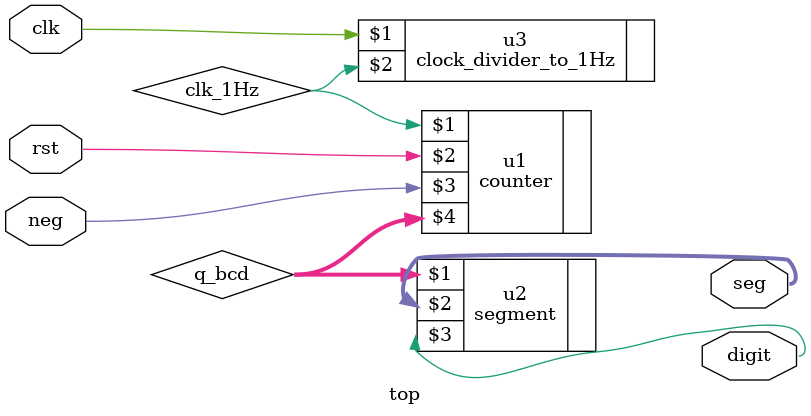
<source format=v>
module top (clk, rst, neg, seg, digit);

input clk, rst, neg;
output [7:0] seg;
output digit;

wire [3:0] q_bcd;
wire clk_1Hz;

counter u1(clk_1Hz, rst, neg, q_bcd);
segment u2(q_bcd, seg, digit);
clock_divider_to_1Hz u3(clk, clk_1Hz);

endmodule
</source>
